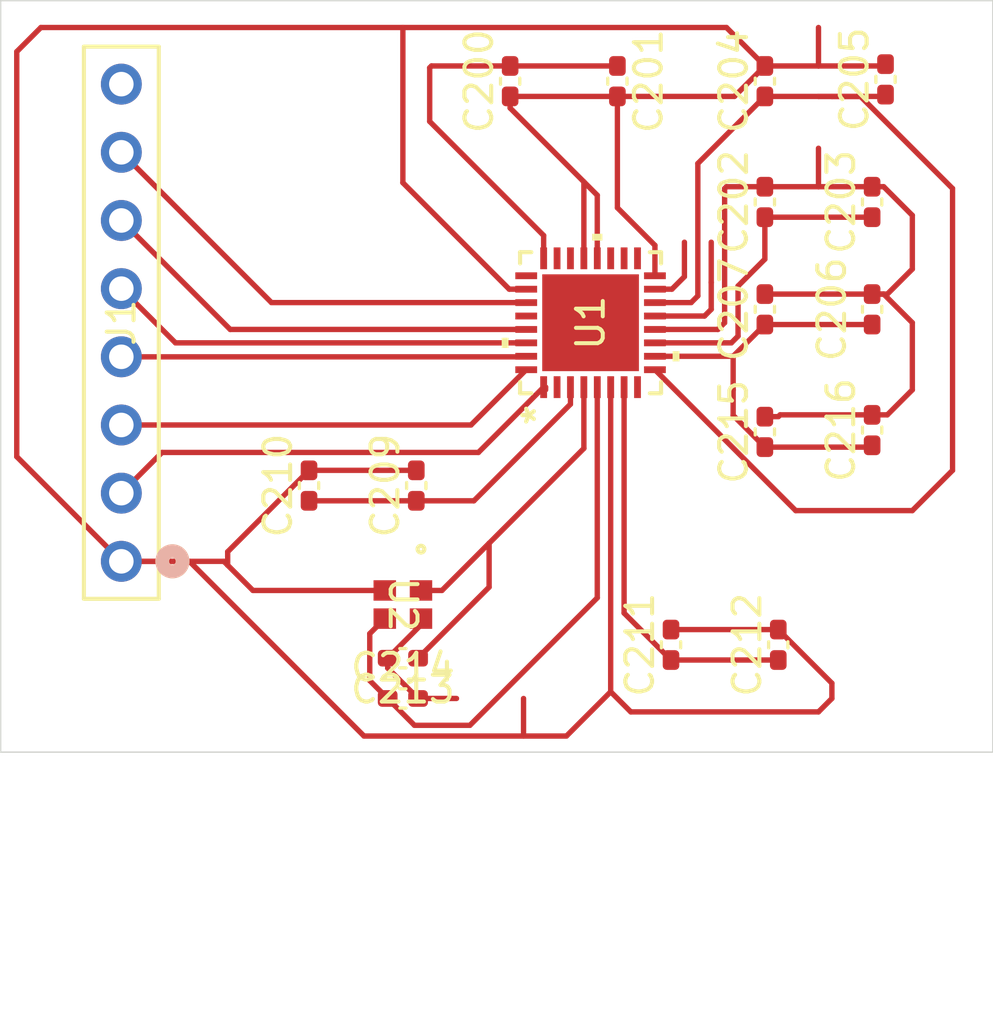
<source format=kicad_pcb>
(kicad_pcb (version 20240108) (generator "pcbnew") (generator_version "8.0")
  (layers (0 "F.Cu" signal) (31 "B.Cu" signal) (34 "B.Paste" user) (35 "F.Paste" user) (36 "B.SilkS" user "B.Silkscreen") (37 "F.SilkS" user "F.Silkscreen") (38 "B.Mask" user) (39 "F.Mask" user) (44 "Edge.Cuts" user))
  (net 0 "")
  (net 1 "GND")
  (net 2 "Net-(U1-AGDC)")
  (net 3 "Net-(U1-VDD_AM)")
  (net 4 "Net-(U1-VDD_DR)")
  (net 5 "Net-(U1-VDD)")
  (net 6 "Net-(U1-VDD_D)")
  (net 7 "Net-(U1-VDD_A)")
  (net 8 "Net-(U1-XTO)")
  (net 9 "Net-(U1-XTI)")
  (net 10 "/MISO")
  (net 11 "/IRQ")
  (net 12 "/BSS")
  (net 13 "/8")
  (net 14 "/MOSI")
  (net 15 "/SPI1_SCK")
  (net 24 "+3.3V")
  (net 25 "/RFO2")
  (net 26 "/RFO1")
  (footprint "Capacitor_SMD:C_0402_1005Metric_Pad0.74x0.62mm_HandSolder" (layer "F.Cu") (at 149 77.9325 90)
    (property "Reference" "C205" (at 0 -1.16 -90) (layer "F.SilkS"))
    (property "Value" "2u2")
    (fp_line (start -0.115835 -0.36) (end 0.115835 -0.36) (stroke (width 0.12)) (layer "F.SilkS"))
    (fp_line (start -0.115835 0.36) (end 0.115835 0.36) (stroke (width 0.12)) (layer "F.SilkS"))
    (pad "1" smd roundrect (at -0.5675 0 90) (size 0.735 0.62) (layers "F.Cu" "F.Paste" "F.Mask") (net 4 "Net-(U1-VDD_DR)"))
    (pad "2" smd roundrect (at 0.5675 0 90) (size 0.735 0.62) (layers "F.Cu" "F.Paste" "F.Mask") (net 1 "GND"))
  )
  (footprint "Capacitor_SMD:C_0402_1005Metric_Pad0.74x0.62mm_HandSolder" (layer "F.Cu") (at 148.5 82.5 90)
    (property "Reference" "C203" (at 0 -1.16 -90) (layer "F.SilkS"))
    (property "Value" "2u2")
    (fp_line (start -0.115835 -0.36) (end 0.115835 -0.36) (stroke (width 0.12)) (layer "F.SilkS"))
    (fp_line (start -0.115835 0.36) (end 0.115835 0.36) (stroke (width 0.12)) (layer "F.SilkS"))
    (pad "1" smd roundrect (at -0.5675 0 90) (size 0.735 0.62) (layers "F.Cu" "F.Paste" "F.Mask") (net 3 "Net-(U1-VDD_AM)"))
    (pad "2" smd roundrect (at 0.5675 0 90) (size 0.735 0.62) (layers "F.Cu" "F.Paste" "F.Mask") (net 1 "GND"))
  )
  (footprint "Capacitor_SMD:C_0402_1005Metric_Pad0.74x0.62mm_HandSolder" (layer "F.Cu") (at 144.5 86.5 90)
    (property "Reference" "C207" (at 0 -1.16 -90) (layer "F.SilkS"))
    (property "Value" "2u2")
    (fp_line (start -0.115835 -0.36) (end 0.115835 -0.36) (stroke (width 0.12)) (layer "F.SilkS"))
    (fp_line (start -0.115835 0.36) (end 0.115835 0.36) (stroke (width 0.12)) (layer "F.SilkS"))
    (pad "1" smd roundrect (at -0.5675 0 90) (size 0.735 0.62) (layers "F.Cu" "F.Paste" "F.Mask") (net 5 "Net-(U1-VDD)"))
    (pad "2" smd roundrect (at 0.5675 0 90) (size 0.735 0.62) (layers "F.Cu" "F.Paste" "F.Mask") (net 1 "GND"))
  )
  (footprint "ST25R3916B:VFQFPN32_5X5_WETTABLE_STM" (layer "F.Cu") (at 138 87 90)
    (property "Reference" "U1" (at 0 0 90) (layer "F.SilkS"))
    (property "Value" "ST25R3916B-AQWT")
    (fp_line (start 2.6289 -2.6289) (end 2.209739 -2.6289) (stroke (width 0.1524)) (layer "F.SilkS"))
    (fp_line (start -2.209739 -2.6289) (end -2.6289 -2.6289) (stroke (width 0.1524)) (layer "F.SilkS"))
    (fp_line (start -2.6289 -2.6289) (end -2.6289 -2.209739) (stroke (width 0.1524)) (layer "F.SilkS"))
    (fp_line (start 2.6289 -2.209739) (end 2.6289 -2.6289) (stroke (width 0.1524)) (layer "F.SilkS"))
    (fp_line (start -2.6289 2.209739) (end -2.6289 2.6289) (stroke (width 0.1524)) (layer "F.SilkS"))
    (fp_line (start 2.6289 2.6289) (end 2.6289 2.209739) (stroke (width 0.1524)) (layer "F.SilkS"))
    (fp_line (start 2.209739 2.6289) (end 2.6289 2.6289) (stroke (width 0.1524)) (layer "F.SilkS"))
    (fp_line (start -2.6289 2.6289) (end -2.209739 2.6289) (stroke (width 0.1524)) (layer "F.SilkS"))
    (fp_poly (pts (xy -0.940501 -3.0607) (xy -0.940501 -3.3147) (xy -0.559501 -3.3147) (xy -0.559501 -3.0607)) (fill solid) (layer "F.SilkS"))
    (fp_poly (pts (xy 3.3147 0.059499) (xy 3.3147 0.4405) (xy 3.0607 0.4405) (xy 3.0607 0.059499)) (fill solid) (layer "F.SilkS"))
    (fp_poly (pts (xy -1.4405 3.0607) (xy -1.4405 3.3147) (xy -1.0595 3.3147) (xy -1.0595 3.0607)) (fill solid) (layer "F.SilkS"))
    (fp_text user "*" (at -3.4417 -2 90) (layer "F.SilkS"))
    (fp_text user "*" (at -3.4417 -2 90) (layer "F.SilkS"))
    (pad "1" smd rect (at -2.4003 -1.749999 180) (size 0.254 0.8128) (layers "F.Cu" "F.Paste" "F.Mask") (net 24 "+3.3V"))
    (pad "2" smd rect (at -2.4003 -1.25 180) (size 0.254 0.8128) (layers "F.Cu" "F.Paste" "F.Mask"))
    (pad "3" smd rect (at -2.4003 -0.750001 180) (size 0.254 0.8128) (layers "F.Cu" "F.Paste" "F.Mask") (net 6 "Net-(U1-VDD_D)"))
    (pad "4" smd rect (at -2.4003 -0.25 180) (size 0.254 0.8128) (layers "F.Cu" "F.Paste" "F.Mask") (net 8 "Net-(U1-XTO)"))
    (pad "5" smd rect (at -2.4003 0.25 180) (size 0.254 0.8128) (layers "F.Cu" "F.Paste" "F.Mask") (net 9 "Net-(U1-XTI)"))
    (pad "6" smd rect (at -2.4003 0.750001 180) (size 0.254 0.8128) (layers "F.Cu" "F.Paste" "F.Mask") (net 1 "GND"))
    (pad "7" smd rect (at -2.4003 1.25 180) (size 0.254 0.8128) (layers "F.Cu" "F.Paste" "F.Mask") (net 7 "Net-(U1-VDD_A)"))
    (pad "8" smd rect (at -2.4003 1.749999 180) (size 0.254 0.8128) (layers "F.Cu" "F.Paste" "F.Mask") (net 5 "Net-(U1-VDD)"))
    (pad "9" smd rect (at -1.749999 2.4003 90) (size 0.254 0.8128) (layers "F.Cu" "F.Paste" "F.Mask") (net 4 "Net-(U1-VDD_DR)"))
    (pad "10" smd rect (at -1.25 2.4003 90) (size 0.254 0.8128) (layers "F.Cu" "F.Paste" "F.Mask") (net 5 "Net-(U1-VDD)"))
    (pad "11" smd rect (at -0.750001 2.4003 90) (size 0.254 0.8128) (layers "F.Cu" "F.Paste" "F.Mask") (net 3 "Net-(U1-VDD_AM)"))
    (pad "12" smd rect (at -0.25 2.4003 90) (size 0.254 0.8128) (layers "F.Cu" "F.Paste" "F.Mask") (net 1 "GND"))
    (pad "13" smd rect (at 0.25 2.4003 90) (size 0.254 0.8128) (layers "F.Cu" "F.Paste" "F.Mask") (net 26 "/RFO1"))
    (pad "14" smd rect (at 0.750001 2.4003 90) (size 0.254 0.8128) (layers "F.Cu" "F.Paste" "F.Mask") (net 4 "Net-(U1-VDD_DR)"))
    (pad "15" smd rect (at 1.25 2.4003 90) (size 0.254 0.8128) (layers "F.Cu" "F.Paste" "F.Mask") (net 25 "/RFO2"))
    (pad "16" smd rect (at 1.749999 2.4003 90) (size 0.254 0.8128) (layers "F.Cu" "F.Paste" "F.Mask") (net 1 "GND"))
    (pad "17" smd rect (at 2.4003 1.749999 180) (size 0.254 0.8128) (layers "F.Cu" "F.Paste" "F.Mask"))
    (pad "18" smd rect (at 2.4003 1.25 180) (size 0.254 0.8128) (layers "F.Cu" "F.Paste" "F.Mask"))
    (pad "19" smd rect (at 2.4003 0.750001 180) (size 0.254 0.8128) (layers "F.Cu" "F.Paste" "F.Mask"))
    (pad "20" smd rect (at 2.4003 0.25 180) (size 0.254 0.8128) (layers "F.Cu" "F.Paste" "F.Mask") (net 1 "GND"))
    (pad "21" smd rect (at 2.4003 -0.25 180) (size 0.254 0.8128) (layers "F.Cu" "F.Paste" "F.Mask") (net 1 "GND"))
    (pad "22" smd rect (at 2.4003 -0.750001 180) (size 0.254 0.8128) (layers "F.Cu" "F.Paste" "F.Mask"))
    (pad "23" smd rect (at 2.4003 -1.25 180) (size 0.254 0.8128) (layers "F.Cu" "F.Paste" "F.Mask"))
    (pad "24" smd rect (at 2.4003 -1.749999 180) (size 0.254 0.8128) (layers "F.Cu" "F.Paste" "F.Mask") (net 2 "Net-(U1-AGDC)"))
    (pad "25" smd rect (at 1.749999 -2.4003 90) (size 0.254 0.8128) (layers "F.Cu" "F.Paste" "F.Mask"))
    (pad "26" smd rect (at 1.25 -2.4003 90) (size 0.254 0.8128) (layers "F.Cu" "F.Paste" "F.Mask") (net 1 "GND"))
    (pad "27" smd rect (at 0.750001 -2.4003 90) (size 0.254 0.8128) (layers "F.Cu" "F.Paste" "F.Mask") (net 11 "/IRQ"))
    (pad "28" smd rect (at 0.25 -2.4003 90) (size 0.254 0.8128) (layers "F.Cu" "F.Paste" "F.Mask"))
    (pad "29" smd rect (at -0.25 -2.4003 90) (size 0.254 0.8128) (layers "F.Cu" "F.Paste" "F.Mask") (net 12 "/BSS"))
    (pad "30" smd rect (at -0.750001 -2.4003 90) (size 0.254 0.8128) (layers "F.Cu" "F.Paste" "F.Mask") (net 15 "/SPI1_SCK"))
    (pad "31" smd rect (at -1.25 -2.4003 90) (size 0.254 0.8128) (layers "F.Cu" "F.Paste" "F.Mask") (net 14 "/MOSI"))
    (pad "32" smd rect (at -1.749999 -2.4003 90) (size 0.254 0.8128) (layers "F.Cu" "F.Paste" "F.Mask") (net 10 "/MISO"))
    (pad "33" smd rect (at 0 0 90) (size 3.6068 3.6068) (layers "F.Cu" "F.Paste" "F.Mask") (net 1 "GND"))
  )
  (footprint "Capacitor_SMD:C_0402_1005Metric_Pad0.74x0.62mm_HandSolder" (layer "F.Cu") (at 144.5 91.0675 90)
    (property "Reference" "C215" (at 0 -1.16 -90) (layer "F.SilkS"))
    (property "Value" "10nF")
    (fp_line (start -0.115835 -0.36) (end 0.115835 -0.36) (stroke (width 0.12)) (layer "F.SilkS"))
    (fp_line (start -0.115835 0.36) (end 0.115835 0.36) (stroke (width 0.12)) (layer "F.SilkS"))
    (pad "1" smd roundrect (at -0.5675 0 90) (size 0.735 0.62) (layers "F.Cu" "F.Paste" "F.Mask") (net 5 "Net-(U1-VDD)"))
    (pad "2" smd roundrect (at 0.5675 0 90) (size 0.735 0.62) (layers "F.Cu" "F.Paste" "F.Mask") (net 1 "GND"))
  )
  (footprint "Capacitor_SMD:C_0402_1005Metric_Pad0.74x0.62mm_HandSolder" (layer "F.Cu") (at 148.5 86.5 90)
    (property "Reference" "C206" (at 0 -1.5 -90) (layer "F.SilkS"))
    (property "Value" "10nF")
    (fp_line (start -0.115835 -0.36) (end 0.115835 -0.36) (stroke (width 0.12)) (layer "F.SilkS"))
    (fp_line (start -0.115835 0.36) (end 0.115835 0.36) (stroke (width 0.12)) (layer "F.SilkS"))
    (pad "1" smd roundrect (at -0.5675 0 90) (size 0.735 0.62) (layers "F.Cu" "F.Paste" "F.Mask") (net 5 "Net-(U1-VDD)"))
    (pad "2" smd roundrect (at 0.5675 0 90) (size 0.735 0.62) (layers "F.Cu" "F.Paste" "F.Mask") (net 1 "GND"))
  )
  (footprint "Capacitor_SMD:C_0402_1005Metric_Pad0.74x0.62mm_HandSolder" (layer "F.Cu") (at 139 78 -90)
    (property "Reference" "C201" (at 0 -1.16 90) (layer "F.SilkS"))
    (property "Value" "10nF")
    (fp_line (start -0.115835 0.36) (end 0.115835 0.36) (stroke (width 0.12)) (layer "F.SilkS"))
    (fp_line (start -0.115835 -0.36) (end 0.115835 -0.36) (stroke (width 0.12)) (layer "F.SilkS"))
    (pad "1" smd roundrect (at -0.5675 0 270) (size 0.735 0.62) (layers "F.Cu" "F.Paste" "F.Mask") (net 2 "Net-(U1-AGDC)"))
    (pad "2" smd roundrect (at 0.5675 0 270) (size 0.735 0.62) (layers "F.Cu" "F.Paste" "F.Mask") (net 1 "GND"))
  )
  (footprint "Capacitor_SMD:C_0402_1005Metric_Pad0.74x0.62mm_HandSolder" (layer "F.Cu") (at 148.5 91 90)
    (property "Reference" "C216" (at 0 -1.16 -90) (layer "F.SilkS"))
    (property "Value" "2u2")
    (fp_line (start -0.115835 -0.36) (end 0.115835 -0.36) (stroke (width 0.12)) (layer "F.SilkS"))
    (fp_line (start -0.115835 0.36) (end 0.115835 0.36) (stroke (width 0.12)) (layer "F.SilkS"))
    (pad "1" smd roundrect (at -0.5675 0 90) (size 0.735 0.62) (layers "F.Cu" "F.Paste" "F.Mask") (net 5 "Net-(U1-VDD)"))
    (pad "2" smd roundrect (at 0.5675 0 90) (size 0.735 0.62) (layers "F.Cu" "F.Paste" "F.Mask") (net 1 "GND"))
  )
  (footprint "Capacitor_SMD:C_0402_1005Metric_Pad0.74x0.62mm_HandSolder" (layer "F.Cu") (at 131.5 93.0675 90)
    (property "Reference" "C209" (at 0 -1.16 -90) (layer "F.SilkS"))
    (property "Value" "10nF")
    (fp_line (start -0.115835 -0.36) (end 0.115835 -0.36) (stroke (width 0.12)) (layer "F.SilkS"))
    (fp_line (start -0.115835 0.36) (end 0.115835 0.36) (stroke (width 0.12)) (layer "F.SilkS"))
    (pad "1" smd roundrect (at -0.5675 0 90) (size 0.735 0.62) (layers "F.Cu" "F.Paste" "F.Mask") (net 6 "Net-(U1-VDD_D)"))
    (pad "2" smd roundrect (at 0.5675 0 90) (size 0.735 0.62) (layers "F.Cu" "F.Paste" "F.Mask") (net 1 "GND"))
  )
  (footprint "Capacitor_SMD:C_0402_1005Metric_Pad0.74x0.62mm_HandSolder" (layer "F.Cu") (at 141 99 90)
    (property "Reference" "C211" (at 0 -1.16 -90) (layer "F.SilkS"))
    (property "Value" "10nF")
    (fp_line (start -0.115835 -0.36) (end 0.115835 -0.36) (stroke (width 0.12)) (layer "F.SilkS"))
    (fp_line (start -0.115835 0.36) (end 0.115835 0.36) (stroke (width 0.12)) (layer "F.SilkS"))
    (pad "1" smd roundrect (at -0.5675 0 90) (size 0.735 0.62) (layers "F.Cu" "F.Paste" "F.Mask") (net 7 "Net-(U1-VDD_A)"))
    (pad "2" smd roundrect (at 0.5675 0 90) (size 0.735 0.62) (layers "F.Cu" "F.Paste" "F.Mask") (net 1 "GND"))
  )
  (footprint "Capacitor_SMD:C_0402_1005Metric_Pad0.74x0.62mm_HandSolder" (layer "F.Cu") (at 144.5 78 90)
    (property "Reference" "C204" (at 0 -1.16 -90) (layer "F.SilkS"))
    (property "Value" "10nF")
    (fp_line (start -0.115835 -0.36) (end 0.115835 -0.36) (stroke (width 0.12)) (layer "F.SilkS"))
    (fp_line (start -0.115835 0.36) (end 0.115835 0.36) (stroke (width 0.12)) (layer "F.SilkS"))
    (pad "1" smd roundrect (at -0.5675 0 90) (size 0.735 0.62) (layers "F.Cu" "F.Paste" "F.Mask") (net 4 "Net-(U1-VDD_DR)"))
    (pad "2" smd roundrect (at 0.5675 0 90) (size 0.735 0.62) (layers "F.Cu" "F.Paste" "F.Mask") (net 1 "GND"))
  )
  (footprint "Crystal_27.12MHz:SMD04_NX2016S_NDK" (layer "F.Cu") (at 131 97.5 -90)
    (property "Reference" "U2" (at 0 0 -90) (layer "F.SilkS"))
    (property "Value" "NX2016SA-27.12MHZ-EXS00A-CS11337")
    (fp_circle (center -2.0636 -0.675) (end -1.9366 -0.675) (stroke (width 0.1524)) (fill none) (layer "F.SilkS"))
    (pad "1" smd rect (at -0.525 -0.675 270) (size 0.762 0.8382) (layers "F.Cu" "F.Paste" "F.Mask") (net 8 "Net-(U1-XTO)"))
    (pad "2" smd rect (at -0.525 0.675 270) (size 0.762 0.8382) (layers "F.Cu" "F.Paste" "F.Mask") (net 1 "GND"))
    (pad "3" smd rect (at 0.525 0.675 270) (size 0.762 0.8382) (layers "F.Cu" "F.Paste" "F.Mask") (net 9 "Net-(U1-XTI)"))
    (pad "4" smd rect (at 0.525 -0.675 270) (size 0.762 0.8382) (layers "F.Cu" "F.Paste" "F.Mask") (net 1 "GND"))
  )
  (footprint "Capacitor_SMD:C_0402_1005Metric_Pad0.74x0.62mm_HandSolder" (layer "F.Cu") (at 135 78 90)
    (property "Reference" "C200" (at 0 -1.16 -90) (layer "F.SilkS"))
    (property "Value" "1uF")
    (fp_line (start -0.115835 -0.36) (end 0.115835 -0.36) (stroke (width 0.12)) (layer "F.SilkS"))
    (fp_line (start -0.115835 0.36) (end 0.115835 0.36) (stroke (width 0.12)) (layer "F.SilkS"))
    (pad "1" smd roundrect (at -0.5675 0 90) (size 0.735 0.62) (layers "F.Cu" "F.Paste" "F.Mask") (net 1 "GND"))
    (pad "2" smd roundrect (at 0.5675 0 90) (size 0.735 0.62) (layers "F.Cu" "F.Paste" "F.Mask") (net 2 "Net-(U1-AGDC)"))
  )
  (footprint "Capacitor_SMD:C_0402_1005Metric_Pad0.74x0.62mm_HandSolder" (layer "F.Cu") (at 131 101)
    (property "Reference" "C214" (at 0 -1.16 360) (layer "F.SilkS"))
    (property "Value" "10pF")
    (fp_line (start -0.115835 -0.36) (end 0.115835 -0.36) (stroke (width 0.12)) (layer "F.SilkS"))
    (fp_line (start -0.115835 0.36) (end 0.115835 0.36) (stroke (width 0.12)) (layer "F.SilkS"))
    (pad "1" smd roundrect (at -0.5675 0) (size 0.735 0.62) (layers "F.Cu" "F.Paste" "F.Mask") (net 9 "Net-(U1-XTI)"))
    (pad "2" smd roundrect (at 0.5675 0) (size 0.735 0.62) (layers "F.Cu" "F.Paste" "F.Mask") (net 1 "GND"))
  )
  (footprint "Header Connectors:CON8_1X8_TUC_HTS_SAI" (layer "F.Cu") (at 120.5 87 90)
    (property "Reference" "J1" (at 0 0 90) (layer "F.SilkS"))
    (property "Value" "TS-108-T-A-1")
    (fp_circle (center -8.89 1.905) (end -8.509 1.905) (stroke (width 0.508)) (fill none) (layer "B.SilkS"))
    (fp_line (start 10.287 -1.397) (end -10.287 -1.397) (stroke (width 0.1524)) (layer "F.SilkS"))
    (fp_line (start -10.287 -1.397) (end -10.287 1.397) (stroke (width 0.1524)) (layer "F.SilkS"))
    (fp_line (start 10.287 1.397) (end 10.287 -1.397) (stroke (width 0.1524)) (layer "F.SilkS"))
    (fp_line (start -10.287 1.397) (end 10.287 1.397) (stroke (width 0.1524)) (layer "F.SilkS"))
    (fp_circle (center -8.89 1.905) (end -8.509 1.905) (stroke (width 0.508)) (fill none) (layer "F.SilkS"))
    (pad "1" thru_hole circle (at -8.89 0 180) (size 1.524 1.524) (drill 0.9144) (layers "*.Cu" "*.Mask") (net 1 "GND"))
    (pad "2" thru_hole circle (at -6.35 0 180) (size 1.524 1.524) (drill 0.9144) (layers "*.Cu" "*.Mask") (net 24 "+3.3V"))
    (pad "3" thru_hole circle (at -3.81 0 180) (size 1.524 1.524) (drill 0.9144) (layers "*.Cu" "*.Mask") (net 10 "/MISO"))
    (pad "4" thru_hole circle (at -1.27 0 180) (size 1.524 1.524) (drill 0.9144) (layers "*.Cu" "*.Mask") (net 14 "/MOSI"))
    (pad "5" thru_hole circle (at 1.27 0 180) (size 1.524 1.524) (drill 0.9144) (layers "*.Cu" "*.Mask") (net 15 "/SPI1_SCK"))
    (pad "6" thru_hole circle (at 3.81 0 180) (size 1.524 1.524) (drill 0.9144) (layers "*.Cu" "*.Mask") (net 12 "/BSS"))
    (pad "7" thru_hole circle (at 6.35 0 180) (size 1.524 1.524) (drill 0.9144) (layers "*.Cu" "*.Mask") (net 11 "/IRQ"))
    (pad "8" thru_hole circle (at 8.89 0 180) (size 1.524 1.524) (drill 0.9144) (layers "*.Cu" "*.Mask") (net 13 "/8"))
  )
  (footprint "Capacitor_SMD:C_0402_1005Metric_Pad0.74x0.62mm_HandSolder" (layer "F.Cu") (at 131 99.5 180)
    (property "Reference" "C213" (at 0 -1.16 180) (layer "F.SilkS"))
    (property "Value" "10pF")
    (fp_line (start -0.115835 0.36) (end 0.115835 0.36) (stroke (width 0.12)) (layer "F.SilkS"))
    (fp_line (start -0.115835 -0.36) (end 0.115835 -0.36) (stroke (width 0.12)) (layer "F.SilkS"))
    (pad "1" smd roundrect (at -0.5675 0 180) (size 0.735 0.62) (layers "F.Cu" "F.Paste" "F.Mask") (net 8 "Net-(U1-XTO)"))
    (pad "2" smd roundrect (at 0.5675 0 180) (size 0.735 0.62) (layers "F.Cu" "F.Paste" "F.Mask") (net 1 "GND"))
  )
  (footprint "Capacitor_SMD:C_0402_1005Metric_Pad0.74x0.62mm_HandSolder" (layer "F.Cu") (at 127.5 93.0675 90)
    (property "Reference" "C210" (at 0 -1.16 -90) (layer "F.SilkS"))
    (property "Value" "2u2")
    (fp_line (start -0.115835 -0.36) (end 0.115835 -0.36) (stroke (width 0.12)) (layer "F.SilkS"))
    (fp_line (start -0.115835 0.36) (end 0.115835 0.36) (stroke (width 0.12)) (layer "F.SilkS"))
    (pad "1" smd roundrect (at -0.5675 0 90) (size 0.735 0.62) (layers "F.Cu" "F.Paste" "F.Mask") (net 6 "Net-(U1-VDD_D)"))
    (pad "2" smd roundrect (at 0.5675 0 90) (size 0.735 0.62) (layers "F.Cu" "F.Paste" "F.Mask") (net 1 "GND"))
  )
  (footprint "Capacitor_SMD:C_0402_1005Metric_Pad0.74x0.62mm_HandSolder" (layer "F.Cu") (at 144.5 82.5 90)
    (property "Reference" "C202" (at 0 -1.16 -90) (layer "F.SilkS"))
    (property "Value" "22nF")
    (fp_line (start -0.115835 -0.36) (end 0.115835 -0.36) (stroke (width 0.12)) (layer "F.SilkS"))
    (fp_line (start -0.115835 0.36) (end 0.115835 0.36) (stroke (width 0.12)) (layer "F.SilkS"))
    (pad "1" smd roundrect (at -0.5675 0 90) (size 0.735 0.62) (layers "F.Cu" "F.Paste" "F.Mask") (net 3 "Net-(U1-VDD_AM)"))
    (pad "2" smd roundrect (at 0.5675 0 90) (size 0.735 0.62) (layers "F.Cu" "F.Paste" "F.Mask") (net 1 "GND"))
  )
  (footprint "Capacitor_SMD:C_0402_1005Metric_Pad0.74x0.62mm_HandSolder" (layer "F.Cu") (at 145 99 90)
    (property "Reference" "C212" (at 0 -1.16 -90) (layer "F.SilkS"))
    (property "Value" "2u2")
    (fp_line (start -0.115835 -0.36) (end 0.115835 -0.36) (stroke (width 0.12)) (layer "F.SilkS"))
    (fp_line (start -0.115835 0.36) (end 0.115835 0.36) (stroke (width 0.12)) (layer "F.SilkS"))
    (pad "1" smd roundrect (at -0.5675 0 90) (size 0.735 0.62) (layers "F.Cu" "F.Paste" "F.Mask") (net 7 "Net-(U1-VDD_A)"))
    (pad "2" smd roundrect (at 0.5675 0 90) (size 0.735 0.62) (layers "F.Cu" "F.Paste" "F.Mask") (net 1 "GND"))
  )
  (gr_rect (start 116 75) (end 153 103) (stroke (width 0.05)) (fill none) (layer "Edge.Cuts"))
  (segment (start 120.5 95.89) (end 116.6 91.99) (width 0.2) (layer "F.Cu") (net 1))
  (segment (start 135 78.5675) (end 135 79) (width 0.2) (layer "F.Cu") (net 1))
  (segment (start 150 89.5) (end 149.0675 90.4325) (width 0.2) (layer "F.Cu") (net 1))
  (segment (start 137.75 81.75) (end 137.75 84.5997) (width 0.2) (layer "F.Cu") (net 1))
  (segment (start 124.46625 96.03375) (end 125.4075 96.975) (width 0.2) (layer "F.Cu") (net 1))
  (segment (start 148.5 85.9325) (end 148.9325 85.9325) (width 0.2) (layer "F.Cu") (net 1))
  (segment (start 135.5 102.4) (end 137.1 102.4) (width 0.2) (layer "F.Cu") (net 1))
  (segment (start 150 85) (end 149.0675 85.9325) (width 0.2) (layer "F.Cu") (net 1))
  (segment (start 147 100.4325) (end 145 98.4325) (width 0.2) (layer "F.Cu") (net 1))
  (segment (start 140.4003 84.116601) (end 139 82.716301) (width 0.2) (layer "F.Cu") (net 1))
  (segment (start 135.5997 85.75) (end 134.966299 85.75) (width 0.2) (layer "F.Cu") (net 1))
  (segment (start 139.500002 101.5) (end 146.5 101.5) (width 0.2) (layer "F.Cu") (net 1))
  (segment (start 143.0675 76) (end 144.5 77.4325) (width 0.2) (layer "F.Cu") (net 1))
  (segment (start 123.04 95.89) (end 129.55 102.4) (width 0.2) (layer "F.Cu") (net 1))
  (segment (start 145.0675 90.4325) (end 148.5 90.4325) (width 0.2) (layer "F.Cu") (net 1))
  (segment (start 141 98.4325) (end 145 98.4325) (width 0.2) (layer "F.Cu") (net 1))
  (segment (start 138.25 82.25) (end 137.75 81.75) (width 0.2) (layer "F.Cu") (net 1))
  (segment (start 124.46625 96.03375) (end 124.46625 95.53375) (width 0.2) (layer "F.Cu") (net 1))
  (segment (start 138.25 84.5997) (end 138.25 82.25) (width 0.2) (layer "F.Cu") (net 1))
  (segment (start 135 78.5675) (end 139 78.5675) (width 0.2) (layer "F.Cu") (net 1))
  (segment (start 137.1 102.4) (end 138.750001 100.749999) (width 0.2) (layer "F.Cu") (net 1))
  (segment (start 120.5 95.89) (end 124.3225 95.89) (width 0.2) (layer "F.Cu") (net 1))
  (segment (start 143 82) (end 143 87) (width 0.2) (layer "F.Cu") (net 1))
  (segment (start 124.46625 95.53375) (end 127.5 92.5) (width 0.2) (layer "F.Cu") (net 1))
  (segment (start 131 81.783701) (end 131 76) (width 0.2) (layer "F.Cu") (net 1))
  (segment (start 131.675 98.2575) (end 130.4325 99.5) (width 0.2) (layer "F.Cu") (net 1))
  (segment (start 130.4325 99.865) (end 131.5675 101) (width 0.2) (layer "F.Cu") (net 1))
  (segment (start 125.4075 96.975) (end 130.325 96.975) (width 0.2) (layer "F.Cu") (net 1))
  (segment (start 135 79) (end 137.75 81.75) (width 0.2) (layer "F.Cu") (net 1))
  (segment (start 144.5 81.9325) (end 146.5 81.9325) (width 0.2) (layer "F.Cu") (net 1))
  (segment (start 144.5 81.9325) (end 143.0675 81.9325) (width 0.2) (layer "F.Cu") (net 1))
  (segment (start 139 82.716301) (end 139 78.5675) (width 0.2) (layer "F.Cu") (net 1))
  (segment (start 149.0675 85.9325) (end 148.5 85.9325) (width 0.2) (layer "F.Cu") (net 1))
  (segment (start 147.5 85.9325) (end 148.5 85.9325) (width 0.2) (layer "F.Cu") (net 1))
  (segment (start 143.365 78.5675) (end 144.5 77.4325) (width 0.2) (layer "F.Cu") (net 1))
  (segment (start 148.9325 81.9325) (end 150 83) (width 0.2) (layer "F.Cu") (net 1))
  (segment (start 146.5 77.4325) (end 146.5 76) (width 0.2) (layer "F.Cu") (net 1))
  (segment (start 135.5 102.4) (end 135.5 101) (width 0.2) (layer "F.Cu") (net 1))
  (segment (start 148.9325 85.9325) (end 150 87) (width 0.2) (layer "F.Cu") (net 1))
  (segment (start 142.75 87.25) (end 140.4003 87.25) (width 0.2) (layer "F.Cu") (net 1))
  (segment (start 146.5 77.4325) (end 148.9325 77.4325) (width 0.2) (layer "F.Cu") (net 1))
  (segment (start 150 87) (end 150 89.5) (width 0.2) (layer "F.Cu") (net 1))
  (segment (start 147 101) (end 147 100.4325) (width 0.2) (layer "F.Cu") (net 1))
  (segment (start 116.6 91.99) (end 116.6 76.9) (width 0.2) (layer "F.Cu") (net 1))
  (segment (start 146.5 80.5) (end 146.5 81.9325) (width 0.2) (layer "F.Cu") (net 1))
  (segment (start 138.750001 100.749999) (end 139.500002 101.5) (width 0.2) (layer "F.Cu") (net 1))
  (segment (start 146.5 101.5) (end 147 101) (width 0.2) (layer "F.Cu") (net 1))
  (segment (start 145 90.5) (end 145.0675 90.4325) (width 0.2) (layer "F.Cu") (net 1))
  (segment (start 144.5 77.4325) (end 146.5 77.4325) (width 0.2) (layer "F.Cu") (net 1))
  (segment (start 144.5 85.9325) (end 147.5 85.9325) (width 0.2) (layer "F.Cu") (net 1))
  (segment (start 129.55 102.4) (end 135.5 102.4) (width 0.2) (layer "F.Cu") (net 1))
  (segment (start 150 83) (end 150 85) (width 0.2) (layer "F.Cu") (net 1))
  (segment (start 148.9325 77.4325) (end 149 77.365) (width 0.2) (layer "F.Cu") (net 1))
  (segment (start 131 76) (end 143.0675 76) (width 0.2) (layer "F.Cu") (net 1))
  (segment (start 143.0675 81.9325) (end 143 82) (width 0.2) (layer "F.Cu") (net 1))
  (segment (start 124.3225 95.89) (end 124.46625 96.03375) (width 0.2) (layer "F.Cu") (net 1))
  (segment (start 120.5 95.89) (end 123.04 95.89) (width 0.2) (layer "F.Cu") (net 1))
  (segment (start 143 87) (end 142.75 87.25) (width 0.2) (layer "F.Cu") (net 1))
  (segment (start 127.5 92.5) (end 131.5 92.5) (width 0.2) (layer "F.Cu") (net 1))
  (segment (start 134.966299 85.75) (end 131 81.783701) (width 0.2) (layer "F.Cu") (net 1))
  (segment (start 140.4003 85.250001) (end 140.4003 84.116601) (width 0.2) (layer "F.Cu") (net 1))
  (segment (start 131.675 98.025) (end 131.675 98.2575) (width 0.2) (layer "F.Cu") (net 1))
  (segment (start 116.6 76.9) (end 117.5 76) (width 0.2) (layer "F.Cu") (net 1))
  (segment (start 148.5 81.9325) (end 148.9325 81.9325) (width 0.2) (layer "F.Cu") (net 1))
  (segment (start 130.4325 99.5) (end 130.4325 99.865) (width 0.2) (layer "F.Cu") (net 1))
  (segment (start 149.0675 90.4325) (end 148.5 90.4325) (width 0.2) (layer "F.Cu") (net 1))
  (segment (start 131.5675 101) (end 133 101) (width 0.2) (layer "F.Cu") (net 1))
  (segment (start 146.5 81.9325) (end 148.5 81.9325) (width 0.2) (layer "F.Cu") (net 1))
  (segment (start 144.5 90.5) (end 145 90.5) (width 0.2) (layer "F.Cu") (net 1))
  (segment (start 117.5 76) (end 131 76) (width 0.2) (layer "F.Cu") (net 1))
  (segment (start 138.750001 89.4003) (end 138.750001 100.749999) (width 0.2) (layer "F.Cu") (net 1))
  (segment (start 139 78.5675) (end 143.365 78.5675) (width 0.2) (layer "F.Cu") (net 1))
  (segment (start 135 77.4325) (end 139 77.4325) (width 0.2) (layer "F.Cu") (net 2))
  (segment (start 136.250001 83.750001) (end 136.250001 84.5997) (width 0.2) (layer "F.Cu") (net 2))
  (segment (start 132.0675 77.4325) (end 132 77.5) (width 0.2) (layer "F.Cu") (net 2))
  (segment (start 135 77.4325) (end 132.0675 77.4325) (width 0.2) (layer "F.Cu") (net 2))
  (segment (start 132 79.5) (end 136.250001 83.750001) (width 0.2) (layer "F.Cu") (net 2))
  (segment (start 132 77.5) (end 132 79.5) (width 0.2) (layer "F.Cu") (net 2))
  (segment (start 143.5 85.631372) (end 144.5 84.631372) (width 0.2) (layer "F.Cu") (net 3))
  (segment (start 140.4003 87.750001) (end 143.249999 87.750001) (width 0.2) (layer "F.Cu") (net 3))
  (segment (start 144.5 83.0675) (end 144.5 84.631372) (width 0.2) (layer "F.Cu") (net 3))
  (segment (start 143.5 87.5) (end 143.5 85.631372) (width 0.2) (layer "F.Cu") (net 3))
  (segment (start 144.5 83.0675) (end 148.5 83.0675) (width 0.2) (layer "F.Cu") (net 3))
  (segment (start 143.249999 87.750001) (end 143.5 87.5) (width 0.2) (layer "F.Cu") (net 3))
  (segment (start 147 78.5675) (end 148.9325 78.5675) (width 0.2) (layer "F.Cu") (net 4))
  (segment (start 146.5 78.5675) (end 148.0675 78.5675) (width 0.2) (layer "F.Cu") (net 4))
  (segment (start 142 81.0675) (end 144.5 78.5675) (width 0.2) (layer "F.Cu") (net 4))
  (segment (start 148.0675 78.5675) (end 151.5 82) (width 0.2) (layer "F.Cu") (net 4))
  (segment (start 142 86) (end 142 81.0675) (width 0.2) (layer "F.Cu") (net 4))
  (segment (start 141.750001 86.249999) (end 142 86) (width 0.2) (layer "F.Cu") (net 4))
  (segment (start 144.5 78.5675) (end 146.5 78.5675) (width 0.2) (layer "F.Cu") (net 4))
  (segment (start 147 78.5675) (end 148.0675 78.5675) (width 0.2) (layer "F.Cu") (net 4))
  (segment (start 151.5 82) (end 151.5 92.5) (width 0.2) (layer "F.Cu") (net 4))
  (segment (start 150 94) (end 145.650301 94) (width 0.2) (layer "F.Cu") (net 4))
  (segment (start 146.5 78.5675) (end 147 78.5675) (width 0.2) (layer "F.Cu") (net 4))
  (segment (start 145.650301 94) (end 140.4003 88.749999) (width 0.2) (layer "F.Cu") (net 4))
  (segment (start 148.9325 78.5675) (end 149 78.5) (width 0.2) (layer "F.Cu") (net 4))
  (segment (start 140.4003 86.249999) (end 141.750001 86.249999) (width 0.2) (layer "F.Cu") (net 4))
  (segment (start 151.5 92.5) (end 150 94) (width 0.2) (layer "F.Cu") (net 4))
  (segment (start 143.3175 89.5) (end 143.3175 90.4525) (width 0.2) (layer "F.Cu") (net 5))
  (segment (start 144.5 87.0675) (end 148.5 87.0675) (width 0.2) (layer "F.Cu") (net 5))
  (segment (start 148.4325 91.635) (end 148.5 91.5675) (width 0.2) (layer "F.Cu") (net 5))
  (segment (start 140.4003 88.25) (end 143.3175 88.25) (width 0.2) (layer "F.Cu") (net 5))
  (segment (start 143.3175 90.4525) (end 144.5 91.635) (width 0.2) (layer "F.Cu") (net 5))
  (segment (start 143.3175 88.25) (end 143.3175 89.5) (width 0.2) (layer "F.Cu") (net 5))
  (segment (start 143.3175 88.25) (end 144.5 87.0675) (width 0.2) (layer "F.Cu") (net 5))
  (segment (start 144.5 91.635) (end 148.4325 91.635) (width 0.2) (layer "F.Cu") (net 5))
  (segment (start 133.6487 93.635) (end 137.249999 90.033701) (width 0.2) (layer "F.Cu") (net 6))
  (segment (start 137.249999 90.033701) (end 137.249999 89.4003) (width 0.2) (layer "F.Cu") (net 6))
  (segment (start 131.5 93.635) (end 133.6487 93.635) (width 0.2) (layer "F.Cu") (net 6))
  (segment (start 127.5 93.635) (end 131.5 93.635) (width 0.2) (layer "F.Cu") (net 6))
  (segment (start 139.25 97.8175) (end 141 99.5675) (width 0.2) (layer "F.Cu") (net 7))
  (segment (start 139.25 89.4003) (end 139.25 97.8175) (width 0.2) (layer "F.Cu") (net 7))
  (segment (start 141 99.5675) (end 145 99.5675) (width 0.2) (layer "F.Cu") (net 7))
  (segment (start 131.5675 99.5) (end 134.21625 96.85125) (width 0.2) (layer "F.Cu") (net 8))
  (segment (start 132.4575 96.975) (end 134.21625 95.21625) (width 0.2) (layer "F.Cu") (net 8))
  (segment (start 134.21625 95.21625) (end 137.75 91.6825) (width 0.2) (layer "F.Cu") (net 8))
  (segment (start 134.21625 96.85125) (end 134.21625 95.21625) (width 0.2) (layer "F.Cu") (net 8))
  (segment (start 131.675 96.975) (end 132.4575 96.975) (width 0.2) (layer "F.Cu") (net 8))
  (segment (start 137.75 91.6825) (end 137.75 89.4003) (width 0.2) (layer "F.Cu") (net 8))
  (segment (start 130.4325 101) (end 129.765 100.3325) (width 0.2) (layer "F.Cu") (net 9))
  (segment (start 131.4325 102) (end 133.5 102) (width 0.2) (layer "F.Cu") (net 9))
  (segment (start 133.5 102) (end 138.25 97.25) (width 0.2) (layer "F.Cu") (net 9))
  (segment (start 130.4325 101) (end 131.4325 102) (width 0.2) (layer "F.Cu") (net 9))
  (segment (start 138.25 97.25) (end 138.25 89.4003) (width 0.2) (layer "F.Cu") (net 9))
  (segment (start 129.765 98.585) (end 130.325 98.025) (width 0.2) (layer "F.Cu") (net 9))
  (segment (start 129.765 100.3325) (end 129.765 98.585) (width 0.2) (layer "F.Cu") (net 9))
  (segment (start 120.5 90.81) (end 133.539699 90.81) (width 0.2) (layer "F.Cu") (net 10))
  (segment (start 133.539699 90.81) (end 135.5997 88.749999) (width 0.2) (layer "F.Cu") (net 10))
  (segment (start 120.5 80.65) (end 126.099999 86.249999) (width 0.2) (layer "F.Cu") (net 11))
  (segment (start 126.099999 86.249999) (end 135.5997 86.249999) (width 0.2) (layer "F.Cu") (net 11))
  (segment (start 124.56 87.25) (end 135.5997 87.25) (width 0.2) (layer "F.Cu") (net 12))
  (segment (start 120.5 83.19) (end 124.56 87.25) (width 0.2) (layer "F.Cu") (net 12))
  (segment (start 135.5797 88.27) (end 135.5997 88.25) (width 0.2) (layer "F.Cu") (net 14))
  (segment (start 120.5 88.27) (end 135.5797 88.27) (width 0.2) (layer "F.Cu") (net 14))
  (segment (start 120.5 85.73) (end 122.520001 87.750001) (width 0.2) (layer "F.Cu") (net 15))
  (segment (start 122.520001 87.750001) (end 135.5997 87.750001) (width 0.2) (layer "F.Cu") (net 15))
  (segment (start 133.817801 91.8325) (end 136.250001 89.4003) (width 0.2) (layer "F.Cu") (net 24))
  (segment (start 120.5 93.35) (end 122.0175 91.8325) (width 0.2) (layer "F.Cu") (net 24))
  (segment (start 122.0175 91.8325) (end 133.817801 91.8325) (width 0.2) (layer "F.Cu") (net 24))
  (segment (start 136.323 89.4003) (end 136.323 89.5) (width 0.2) (layer "F.Cu") (net 24))
  (segment (start 136.250001 89.4003) (end 136.323 89.4003) (width 0.2) (layer "F.Cu") (net 24))
  (segment (start 140.4003 85.75) (end 141.033701 85.75) (width 0.2) (layer "F.Cu") (net 25))
  (segment (start 141.5 85.283701) (end 141.5 84) (width 0.2) (layer "F.Cu") (net 25))
  (segment (start 141.033701 85.75) (end 141.5 85.283701) (width 0.2) (layer "F.Cu") (net 25))
  (segment (start 140.4003 86.75) (end 142.25 86.75) (width 0.2) (layer "F.Cu") (net 26))
  (segment (start 142.5 85.5) (end 142.5 84) (width 0.2) (layer "F.Cu") (net 26))
  (segment (start 142.25 86.75) (end 142.5 86.5) (width 0.2) (layer "F.Cu") (net 26))
  (segment (start 142.5 86.5) (end 142.5 85.5) (width 0.2) (layer "F.Cu") (net 26))
)
</source>
